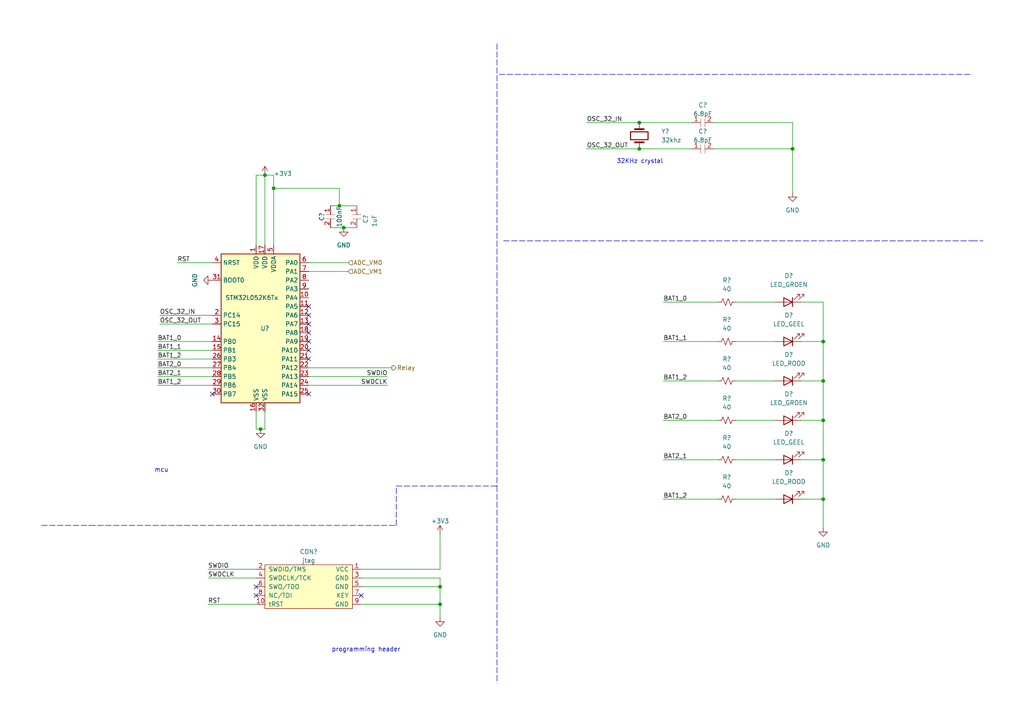
<source format=kicad_sch>
(kicad_sch (version 20210621) (generator eeschema)
  (paper "A4")
  (lib_symbols
    (symbol "Device:Crystal" (pin_numbers hide) (pin_names (offset 1.016) hide)
      (property "Reference" "Y" (at 0 3.81 0))
      (property "Value" "Crystal" (at 0 -3.81 0))
      (symbol "Crystal_0_1"
        (rectangle (start -1.143 2.54) (end 1.143 -2.54) (stroke (width 0.3048)))
        (polyline (pts (xy -2.54 0) (xy -1.905 0)))
        (polyline (pts (xy -1.905 -1.27) (xy -1.905 1.27)) (stroke (width 0.508)))
        (polyline (pts (xy 1.905 -1.27) (xy 1.905 1.27)) (stroke (width 0.508)))
        (polyline (pts (xy 2.54 0) (xy 1.905 0)))
      )
      (symbol "Crystal_1_1"
        (pin passive line (at -3.81 0 0) (length 1.27) (name "1") (number "1"))
        (pin passive line (at 3.81 0 180) (length 1.27) (name "2") (number "2"))
      )
    )
    (symbol "Device:LED" (pin_numbers hide) (pin_names (offset 1.016) hide)
      (property "Reference" "D" (at 0 2.54 0))
      (property "Value" "LED" (at 0 -2.54 0))
      (symbol "LED_0_1"
        (polyline (pts (xy -1.27 -1.27) (xy -1.27 1.27)) (stroke (width 0.254)))
        (polyline (pts (xy -1.27 0) (xy 1.27 0)))
        (polyline (pts (xy 1.27 -1.27) (xy 1.27 1.27) (xy -1.27 0) (xy 1.27 -1.27)) (stroke (width 0.254)))
        (polyline (pts (xy -3.048 -0.762) (xy -4.572 -2.286) (xy -3.81 -2.286) (xy -4.572 -2.286) (xy -4.572 -1.524)))
        (polyline (pts (xy -1.778 -0.762) (xy -3.302 -2.286) (xy -2.54 -2.286) (xy -3.302 -2.286) (xy -3.302 -1.524)))
      )
      (symbol "LED_1_1"
        (pin passive line (at -3.81 0 0) (length 2.54) (name "K") (number "1"))
        (pin passive line (at 3.81 0 180) (length 2.54) (name "A") (number "2"))
      )
    )
    (symbol "Device:R_Small_US" (pin_numbers hide) (pin_names (offset 0.254) hide)
      (property "Reference" "R" (at 0.762 0.508 0))
      (property "Value" "R_Small_US" (at 0.762 -1.016 0))
      (symbol "R_Small_US_1_1"
        (polyline (pts (xy 0 0) (xy 1.016 -0.381) (xy 0 -0.762) (xy -1.016 -1.143) (xy 0 -1.524)))
        (polyline (pts (xy 0 1.524) (xy 1.016 1.143) (xy 0 0.762) (xy -1.016 0.381) (xy 0 0)))
        (pin passive line (at 0 2.54 270) (length 1.016) (name "~") (number "1"))
        (pin passive line (at 0 -2.54 90) (length 1.016) (name "~") (number "2"))
      )
    )
    (symbol "MCU_ST_STM32L0:STM32L052K6Tx"
      (property "Reference" "U" (at -12.7 21.59 0))
      (property "Value" "STM32L052K6Tx" (at 5.08 21.59 0))
      (symbol "STM32L052K6Tx_0_1"
        (rectangle (start -12.7 -22.86) (end 10.16 20.32) (stroke (width 0.254)) (fill (type background)))
      )
      (symbol "STM32L052K6Tx_1_1"
        (pin power_in line (at -2.54 22.86 270) (length 2.54) (name "VDD") (number "1"))
        (pin bidirectional line (at 12.7 7.62 180) (length 2.54) (name "PA4") (number "10"))
        (pin bidirectional line (at 12.7 5.08 180) (length 2.54) (name "PA5") (number "11"))
        (pin bidirectional line (at 12.7 2.54 180) (length 2.54) (name "PA6") (number "12"))
        (pin bidirectional line (at 12.7 0 180) (length 2.54) (name "PA7") (number "13"))
        (pin bidirectional line (at -15.24 -5.08 0) (length 2.54) (name "PB0") (number "14"))
        (pin bidirectional line (at -15.24 -7.62 0) (length 2.54) (name "PB1") (number "15"))
        (pin power_in line (at -2.54 -25.4 90) (length 2.54) (name "VSS") (number "16"))
        (pin power_in line (at 0 22.86 270) (length 2.54) (name "VDD") (number "17"))
        (pin bidirectional line (at 12.7 -2.54 180) (length 2.54) (name "PA8") (number "18"))
        (pin bidirectional line (at 12.7 -5.08 180) (length 2.54) (name "PA9") (number "19"))
        (pin bidirectional line (at -15.24 2.54 0) (length 2.54) (name "PC14") (number "2"))
        (pin bidirectional line (at 12.7 -7.62 180) (length 2.54) (name "PA10") (number "20"))
        (pin bidirectional line (at 12.7 -10.16 180) (length 2.54) (name "PA11") (number "21"))
        (pin bidirectional line (at 12.7 -12.7 180) (length 2.54) (name "PA12") (number "22"))
        (pin bidirectional line (at 12.7 -15.24 180) (length 2.54) (name "PA13") (number "23"))
        (pin bidirectional line (at 12.7 -17.78 180) (length 2.54) (name "PA14") (number "24"))
        (pin bidirectional line (at 12.7 -20.32 180) (length 2.54) (name "PA15") (number "25"))
        (pin bidirectional line (at -15.24 -10.16 0) (length 2.54) (name "PB3") (number "26"))
        (pin bidirectional line (at -15.24 -12.7 0) (length 2.54) (name "PB4") (number "27"))
        (pin bidirectional line (at -15.24 -15.24 0) (length 2.54) (name "PB5") (number "28"))
        (pin bidirectional line (at -15.24 -17.78 0) (length 2.54) (name "PB6") (number "29"))
        (pin bidirectional line (at -15.24 0 0) (length 2.54) (name "PC15") (number "3"))
        (pin bidirectional line (at -15.24 -20.32 0) (length 2.54) (name "PB7") (number "30"))
        (pin input line (at -15.24 12.7 0) (length 2.54) (name "BOOT0") (number "31"))
        (pin power_in line (at 0 -25.4 90) (length 2.54) (name "VSS") (number "32"))
        (pin input line (at -15.24 17.78 0) (length 2.54) (name "NRST") (number "4"))
        (pin power_in line (at 2.54 22.86 270) (length 2.54) (name "VDDA") (number "5"))
        (pin bidirectional line (at 12.7 17.78 180) (length 2.54) (name "PA0") (number "6"))
        (pin bidirectional line (at 12.7 15.24 180) (length 2.54) (name "PA1") (number "7"))
        (pin bidirectional line (at 12.7 12.7 180) (length 2.54) (name "PA2") (number "8"))
        (pin bidirectional line (at 12.7 10.16 180) (length 2.54) (name "PA3") (number "9"))
      )
    )
    (symbol "conectors:jtag" (pin_names (offset 1.016))
      (property "Reference" "CON" (at -6.35 0 90))
      (property "Value" "jtag" (at -3.81 0 90))
      (symbol "jtag_0_1"
        (rectangle (start -12.7 6.35) (end 12.7 -6.35) (fill (type background)))
      )
      (symbol "jtag_1_1"
        (pin power_in line (at -15.24 5.08 0) (length 2.54) (name "VCC") (number "1"))
        (pin unspecified line (at 15.24 -5.08 180) (length 2.54) (name "tRST") (number "10"))
        (pin unspecified line (at 15.24 5.08 180) (length 2.54) (name "SWDIO/TMS") (number "2"))
        (pin power_out line (at -15.24 2.54 0) (length 2.54) (name "GND") (number "3"))
        (pin unspecified line (at 15.24 2.54 180) (length 2.54) (name "SWDCLK/TCK") (number "4"))
        (pin power_out line (at -15.24 0 0) (length 2.54) (name "GND") (number "5"))
        (pin power_in line (at 15.24 0 180) (length 2.54) (name "SWO/TDO") (number "6"))
        (pin unspecified line (at -15.24 -2.54 0) (length 2.54) (name "KEY") (number "7"))
        (pin unspecified line (at 15.24 -2.54 180) (length 2.54) (name "NC/TDI") (number "8"))
        (pin power_out line (at -15.24 -5.08 0) (length 2.54) (name "GND") (number "9"))
      )
    )
    (symbol "power:+3V3" (power) (pin_names (offset 0))
      (property "Value" "+3V3" (at 0 3.556 0))
      (symbol "+3V3_0_1"
        (polyline (pts (xy -0.762 1.27) (xy 0 2.54)))
        (polyline (pts (xy 0 0) (xy 0 2.54)))
        (polyline (pts (xy 0 2.54) (xy 0.762 1.27)))
      )
      (symbol "+3V3_1_1"
        (pin power_in line (at 0 0 90) (length 0) hide (name "+3V3") (number "1"))
      )
    )
    (symbol "power:GND" (power) (pin_names (offset 0))
      (property "Value" "GND" (at 0 -3.81 0))
      (symbol "GND_0_1"
        (polyline (pts (xy 0 0) (xy 0 -1.27) (xy 1.27 -1.27) (xy 0 -2.54) (xy -1.27 -1.27) (xy 0 -1.27)))
      )
      (symbol "GND_1_1"
        (pin power_in line (at 0 0 270) (length 0) hide (name "GND") (number "1"))
      )
    )
    (symbol "vanalles:capacitor"
      (property "Reference" "C" (at 0 5.08 0))
      (property "Value" "capacitor" (at 0 3.81 0))
      (symbol "capacitor_0_1"
        (polyline (pts (xy 0 1.27) (xy 0 -1.27)) (stroke (width 0.0006)))
        (polyline (pts (xy 1.27 1.27) (xy 1.27 -1.27)) (stroke (width 0.0006)))
      )
      (symbol "capacitor_1_1"
        (pin input line (at -2.54 0 0) (length 2.54) (name "") (number "1"))
        (pin input line (at 3.81 0 180) (length 2.54) (name "") (number "2"))
      )
    )
  )
  (junction (at 75.565 124.46) (diameter 0.9144))
  (junction (at 76.835 50.8) (diameter 0.9144))
  (junction (at 79.375 54.61) (diameter 0.9144))
  (junction (at 98.425 59.69) (diameter 0.9144))
  (junction (at 99.695 66.04) (diameter 0.9144))
  (junction (at 127.635 170.18) (diameter 0.9144))
  (junction (at 127.635 175.26) (diameter 0.9144))
  (junction (at 185.42 35.56) (diameter 0.9144))
  (junction (at 185.42 43.18) (diameter 0.9144))
  (junction (at 229.87 43.18) (diameter 0.9144))
  (junction (at 238.76 99.06) (diameter 0.9144))
  (junction (at 238.76 110.49) (diameter 0.9144))
  (junction (at 238.76 121.92) (diameter 0.9144))
  (junction (at 238.76 133.35) (diameter 0.9144))
  (junction (at 238.76 144.78) (diameter 0.9144))
  (no_connect (at 61.595 114.3))
  (no_connect (at 74.295 170.18))
  (no_connect (at 74.295 172.72))
  (no_connect (at 89.535 88.9))
  (no_connect (at 89.535 91.44))
  (no_connect (at 89.535 93.98))
  (no_connect (at 89.535 96.52))
  (no_connect (at 89.535 99.06))
  (no_connect (at 89.535 101.6))
  (no_connect (at 89.535 104.14))
  (no_connect (at 89.535 114.3))
  (no_connect (at 104.775 172.72))
  (wire (pts (xy 45.72 99.06) (xy 61.595 99.06)))
  (wire (pts (xy 45.72 101.6) (xy 61.595 101.6)))
  (wire (pts (xy 46.355 91.44) (xy 61.595 91.44)))
  (wire (pts (xy 46.355 93.98) (xy 61.595 93.98)))
  (wire (pts (xy 51.435 76.2) (xy 61.595 76.2)))
  (wire (pts (xy 60.325 165.1) (xy 74.295 165.1)))
  (wire (pts (xy 60.325 167.64) (xy 74.295 167.64)))
  (wire (pts (xy 60.325 175.26) (xy 74.295 175.26)))
  (wire (pts (xy 61.595 104.14) (xy 45.72 104.14)))
  (wire (pts (xy 61.595 106.68) (xy 45.72 106.68)))
  (wire (pts (xy 61.595 109.22) (xy 45.72 109.22)))
  (wire (pts (xy 61.595 111.76) (xy 45.72 111.76)))
  (wire (pts (xy 74.295 50.8) (xy 74.295 71.12)))
  (wire (pts (xy 74.295 124.46) (xy 74.295 119.38)))
  (wire (pts (xy 75.565 124.46) (xy 74.295 124.46)))
  (wire (pts (xy 76.835 50.8) (xy 74.295 50.8)))
  (wire (pts (xy 76.835 50.8) (xy 76.835 71.12)))
  (wire (pts (xy 76.835 50.8) (xy 79.375 50.8)))
  (wire (pts (xy 76.835 119.38) (xy 76.835 124.46)))
  (wire (pts (xy 76.835 124.46) (xy 75.565 124.46)))
  (wire (pts (xy 79.375 50.8) (xy 79.375 54.61)))
  (wire (pts (xy 79.375 54.61) (xy 79.375 71.12)))
  (wire (pts (xy 89.535 76.2) (xy 100.965 76.2)))
  (wire (pts (xy 89.535 78.74) (xy 100.965 78.74)))
  (wire (pts (xy 89.535 106.68) (xy 113.665 106.68)))
  (wire (pts (xy 89.535 109.22) (xy 112.395 109.22)))
  (wire (pts (xy 89.535 111.76) (xy 112.395 111.76)))
  (wire (pts (xy 95.885 59.69) (xy 98.425 59.69)))
  (wire (pts (xy 98.425 54.61) (xy 79.375 54.61)))
  (wire (pts (xy 98.425 59.69) (xy 98.425 54.61)))
  (wire (pts (xy 98.425 59.69) (xy 103.505 59.69)))
  (wire (pts (xy 99.695 66.04) (xy 95.885 66.04)))
  (wire (pts (xy 99.695 66.04) (xy 103.505 66.04)))
  (wire (pts (xy 104.775 165.1) (xy 127.635 165.1)))
  (wire (pts (xy 104.775 167.64) (xy 127.635 167.64)))
  (wire (pts (xy 104.775 170.18) (xy 127.635 170.18)))
  (wire (pts (xy 127.635 154.94) (xy 127.635 165.1)))
  (wire (pts (xy 127.635 167.64) (xy 127.635 170.18)))
  (wire (pts (xy 127.635 170.18) (xy 127.635 175.26)))
  (wire (pts (xy 127.635 175.26) (xy 104.775 175.26)))
  (wire (pts (xy 127.635 175.26) (xy 127.635 179.07)))
  (wire (pts (xy 170.18 35.56) (xy 185.42 35.56)))
  (wire (pts (xy 170.18 43.18) (xy 185.42 43.18)))
  (wire (pts (xy 185.42 35.56) (xy 200.66 35.56)))
  (wire (pts (xy 185.42 43.18) (xy 200.66 43.18)))
  (wire (pts (xy 192.405 87.63) (xy 208.28 87.63)))
  (wire (pts (xy 192.405 99.06) (xy 208.28 99.06)))
  (wire (pts (xy 192.405 110.49) (xy 208.28 110.49)))
  (wire (pts (xy 207.01 43.18) (xy 229.87 43.18)))
  (wire (pts (xy 208.28 121.92) (xy 192.405 121.92)))
  (wire (pts (xy 208.28 133.35) (xy 192.405 133.35)))
  (wire (pts (xy 208.28 144.78) (xy 192.405 144.78)))
  (wire (pts (xy 213.36 87.63) (xy 224.79 87.63)))
  (wire (pts (xy 213.36 99.06) (xy 224.79 99.06)))
  (wire (pts (xy 213.36 110.49) (xy 224.79 110.49)))
  (wire (pts (xy 213.36 121.92) (xy 224.79 121.92)))
  (wire (pts (xy 213.36 133.35) (xy 224.79 133.35)))
  (wire (pts (xy 213.36 144.78) (xy 224.79 144.78)))
  (wire (pts (xy 229.87 35.56) (xy 207.01 35.56)))
  (wire (pts (xy 229.87 35.56) (xy 229.87 43.18)))
  (wire (pts (xy 229.87 43.18) (xy 229.87 55.88)))
  (wire (pts (xy 232.41 99.06) (xy 238.76 99.06)))
  (wire (pts (xy 232.41 110.49) (xy 238.76 110.49)))
  (wire (pts (xy 232.41 121.92) (xy 238.76 121.92)))
  (wire (pts (xy 232.41 133.35) (xy 238.76 133.35)))
  (wire (pts (xy 232.41 144.78) (xy 238.76 144.78)))
  (wire (pts (xy 238.76 87.63) (xy 232.41 87.63)))
  (wire (pts (xy 238.76 99.06) (xy 238.76 87.63)))
  (wire (pts (xy 238.76 110.49) (xy 238.76 99.06)))
  (wire (pts (xy 238.76 121.92) (xy 238.76 110.49)))
  (wire (pts (xy 238.76 133.35) (xy 238.76 121.92)))
  (wire (pts (xy 238.76 133.35) (xy 238.76 144.78)))
  (wire (pts (xy 238.76 144.78) (xy 238.76 153.035)))
  (polyline (pts (xy 12.065 152.4) (xy 26.035 152.4)) (stroke (width 0) (type dash)))
  (polyline (pts (xy 26.035 152.4) (xy 114.935 152.4)) (stroke (width 0) (type dash)))
  (polyline (pts (xy 114.935 140.97) (xy 144.145 140.97)) (stroke (width 0) (type dash)))
  (polyline (pts (xy 114.935 152.4) (xy 114.935 140.97)) (stroke (width 0) (type dash)))
  (polyline (pts (xy 144.145 12.7) (xy 144.145 140.97)) (stroke (width 0) (type dash)))
  (polyline (pts (xy 144.145 140.97) (xy 144.145 198.12)) (stroke (width 0) (type dash)))
  (polyline (pts (xy 144.78 21.59) (xy 281.94 21.59)) (stroke (width 0) (type dash)))
  (polyline (pts (xy 146.05 69.85) (xy 281.94 69.85)) (stroke (width 0) (type dash)))
  (polyline (pts (xy 281.94 69.85) (xy 285.115 69.85)) (stroke (width 0) (type dash)))
  (text "mcu\n" (at 48.895 137.16 180) (effects (font (size 1.27 1.27)) (justify right bottom)))
  (text "programming header\n" (at 116.205 189.23 180) (effects (font (size 1.27 1.27)) (justify right bottom)))
  (text "32KHz crystal\n" (at 192.405 47.625 180) (effects (font (size 1.27 1.27)) (justify right bottom)))
  (label "BAT1_0" (at 45.72 99.06 0))
  (label "BAT1_1" (at 45.72 101.6 0))
  (label "BAT1_2" (at 45.72 104.14 0))
  (label "BAT2_0" (at 45.72 106.68 0))
  (label "BAT2_1" (at 45.72 109.22 0))
  (label "BAT1_2" (at 45.72 111.76 0))
  (label "OSC_32_IN" (at 46.355 91.44 0))
  (label "OSC_32_OUT" (at 46.355 93.98 0))
  (label "RST" (at 51.435 76.2 0))
  (label "SWDIO" (at 60.325 165.1 0))
  (label "SWDCLK" (at 60.325 167.64 0))
  (label "RST" (at 60.325 175.26 0))
  (label "SWDIO" (at 112.395 109.22 180))
  (label "SWDCLK" (at 112.395 111.76 180))
  (label "OSC_32_IN" (at 170.18 35.56 0))
  (label "OSC_32_OUT" (at 170.18 43.18 0))
  (label "BAT1_0" (at 192.405 87.63 0))
  (label "BAT1_1" (at 192.405 99.06 0))
  (label "BAT1_2" (at 192.405 110.49 0))
  (label "BAT2_0" (at 192.405 121.92 0))
  (label "BAT2_1" (at 192.405 133.35 0))
  (label "BAT1_2" (at 192.405 144.78 0))
  (hierarchical_label "ADC_VM0" (shape input) (at 100.965 76.2 0))
  (hierarchical_label "ADC_VM1" (shape input) (at 100.965 78.74 0))
  (hierarchical_label "Relay" (shape output) (at 113.665 106.68 0))
  (symbol (lib_id "power:+3V3") (at 76.835 50.8 0) (unit 1)
    (property "Reference" "#PWR?" (effects hide))
    (property "Value" "+3V3" (at 79.375 50.3554 0) (effects (justify left)))
  )
  (symbol (lib_id "power:+3V3") (at 127.635 154.94 0) (unit 1)
    (property "Reference" "#PWR?" (effects hide))
    (property "Value" "+3V3" (at 127.635 151.13 0))
  )
  (symbol (lib_id "power:GND") (at 61.595 81.28 270) (unit 1)
    (property "Reference" "#PWR?" (effects hide))
    (property "Value" "GND" (at 56.515 81.28 0))
  )
  (symbol (lib_id "power:GND") (at 75.565 124.46 0) (unit 1)
    (property "Reference" "#PWR?" (effects hide))
    (property "Value" "GND" (at 75.565 129.54 0))
  )
  (symbol (lib_id "power:GND") (at 99.695 66.04 0) (unit 1)
    (property "Reference" "#PWR?" (effects hide))
    (property "Value" "GND" (at 99.695 71.12 0))
  )
  (symbol (lib_id "power:GND") (at 127.635 179.07 0) (unit 1)
    (property "Reference" "#PWR?" (effects hide))
    (property "Value" "GND" (at 127.635 184.15 0))
  )
  (symbol (lib_id "power:GND") (at 229.87 55.88 0) (unit 1)
    (property "Reference" "#PWR?" (effects hide))
    (property "Value" "GND" (at 229.87 60.96 0))
  )
  (symbol (lib_id "power:GND") (at 238.76 153.035 0) (unit 1)
    (property "Reference" "#PWR?" (effects hide))
    (property "Value" "GND" (at 238.76 158.115 0))
  )
  (symbol (lib_id "Device:R_Small_US") (at 210.82 87.63 90) (unit 1)
    (property "Reference" "R?" (at 210.82 81.28 90))
    (property "Value" "40" (at 210.82 83.82 90))
  )
  (symbol (lib_id "Device:R_Small_US") (at 210.82 99.06 90) (unit 1)
    (property "Reference" "R?" (at 210.82 92.71 90))
    (property "Value" "40" (at 210.82 95.25 90))
  )
  (symbol (lib_id "Device:R_Small_US") (at 210.82 110.49 90) (unit 1)
    (property "Reference" "R?" (at 210.82 104.14 90))
    (property "Value" "40" (at 210.82 106.68 90))
  )
  (symbol (lib_id "Device:R_Small_US") (at 210.82 121.92 90) (unit 1)
    (property "Reference" "R?" (at 210.82 115.57 90))
    (property "Value" "40" (at 210.82 118.11 90))
  )
  (symbol (lib_id "Device:R_Small_US") (at 210.82 133.35 90) (unit 1)
    (property "Reference" "R?" (at 210.82 127 90))
    (property "Value" "40" (at 210.82 129.54 90))
  )
  (symbol (lib_id "Device:R_Small_US") (at 210.82 144.78 90) (unit 1)
    (property "Reference" "R?" (at 210.82 138.43 90))
    (property "Value" "40" (at 210.82 140.97 90))
  )
  (symbol (lib_id "vanalles:capacitor") (at 95.885 62.23 270) (unit 1)
    (property "Reference" "C?" (at 93.345 62.865 0))
    (property "Value" "100nF" (at 98.425 62.865 0))
    (property "Footprint" "vanalles:0603" (effects hide))
  )
  (symbol (lib_id "vanalles:capacitor") (at 103.505 62.23 270) (unit 1)
    (property "Reference" "C?" (at 106.045 62.2299 0) (effects (justify left)))
    (property "Value" "1uF" (at 108.585 62.2299 0) (effects (justify left)))
    (property "Footprint" "vanalles:0603" (effects hide))
  )
  (symbol (lib_id "vanalles:capacitor") (at 203.2 35.56 0) (unit 1)
    (property "Reference" "C?" (at 203.835 30.48 0))
    (property "Value" "6.8pF" (at 203.835 33.02 0))
    (property "Footprint" "vanalles:0603" (effects hide))
  )
  (symbol (lib_id "vanalles:capacitor") (at 203.2 43.18 0) (unit 1)
    (property "Reference" "C?" (at 203.835 38.1 0))
    (property "Value" "6.8pF" (at 203.835 40.64 0))
    (property "Footprint" "vanalles:0603" (effects hide))
  )
  (symbol (lib_id "Device:LED") (at 228.6 87.63 180) (unit 1)
    (property "Reference" "D?" (at 228.7905 80.01 0))
    (property "Value" "LED_GROEN" (at 228.7905 82.55 0))
  )
  (symbol (lib_id "Device:LED") (at 228.6 99.06 180) (unit 1)
    (property "Reference" "D?" (at 228.7905 91.44 0))
    (property "Value" "LED_GEEL" (at 228.7905 93.98 0))
  )
  (symbol (lib_id "Device:LED") (at 228.6 110.49 180) (unit 1)
    (property "Reference" "D?" (at 228.7905 102.87 0))
    (property "Value" "LED_ROOD" (at 228.7905 105.41 0))
  )
  (symbol (lib_id "Device:LED") (at 228.6 121.92 180) (unit 1)
    (property "Reference" "D?" (at 228.7905 114.3 0))
    (property "Value" "LED_GROEN" (at 228.7905 116.84 0))
  )
  (symbol (lib_id "Device:LED") (at 228.6 133.35 180) (unit 1)
    (property "Reference" "D?" (at 228.7905 125.73 0))
    (property "Value" "LED_GEEL" (at 228.7905 128.27 0))
  )
  (symbol (lib_id "Device:LED") (at 228.6 144.78 180) (unit 1)
    (property "Reference" "D?" (at 228.7905 137.16 0))
    (property "Value" "LED_ROOD" (at 228.7905 139.7 0))
  )
  (symbol (lib_id "Device:Crystal") (at 185.42 39.37 90) (unit 1)
    (property "Reference" "Y?" (at 191.77 38.0999 90) (effects (justify right)))
    (property "Value" "32khz" (at 191.77 40.6399 90) (effects (justify right)))
    (property "Footprint" "vanalles:crystal tht" (effects hide))
  )
  (symbol (lib_id "conectors:jtag") (at 89.535 170.18 0) (mirror y) (unit 1)
    (property "Reference" "CON?" (at 89.535 160.02 0))
    (property "Value" "jtag" (at 89.535 162.56 0))
    (property "Footprint" "connectors_user:Tag-Connect_TC2050-IDC-FP_2x05_P1.27mm_Vertical" (effects hide))
  )
  (symbol (lib_id "MCU_ST_STM32L0:STM32L052K6Tx") (at 76.835 93.98 0) (unit 1)
    (property "Reference" "U?" (at 76.835 95.25 0))
    (property "Value" "STM32L052K6Tx" (at 73.025 86.36 0))
    (property "Footprint" "halfgeleiders:QFP32P80_900X900X160L60X37N" (effects hide))
    (property "Datasheet" "http://www.st.com/st-web-ui/static/active/en/resource/technical/document/datasheet/DM00108217.pdf" (effects hide))
  )
)
</source>
